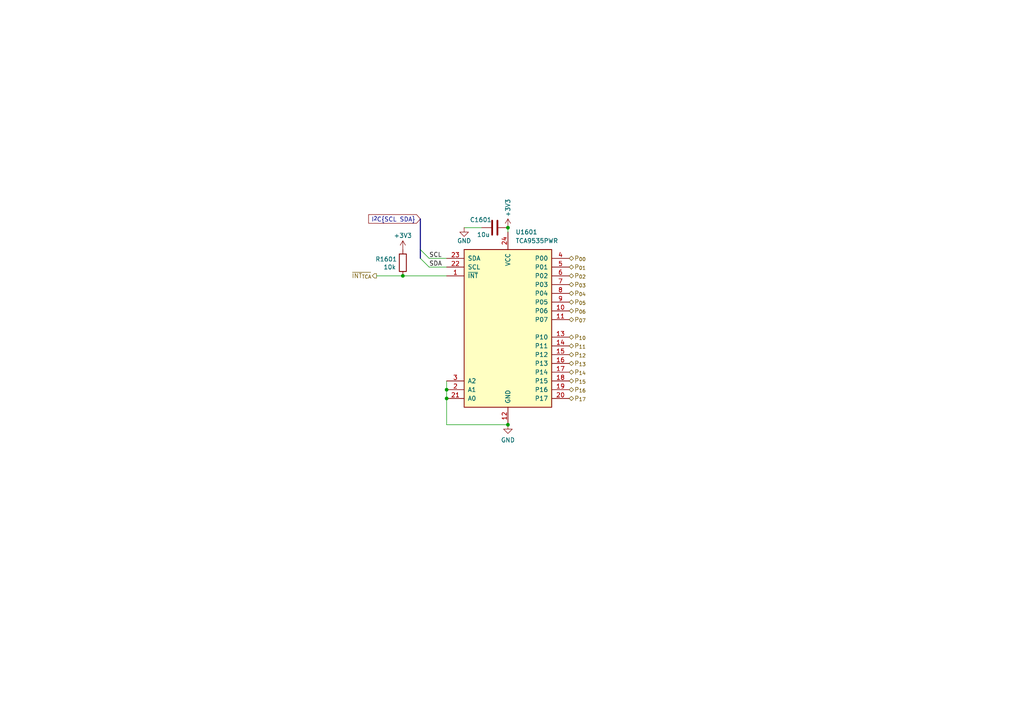
<source format=kicad_sch>
(kicad_sch (version 20231120) (generator "eeschema") (generator_version "8.0")
  (paper "A4")
  (title_block (title "Power supply - low level driver") (date "2024-06-28"))
  (lib_symbols
    (symbol "Device:C" (pin_numbers hide) (pin_names (offset 0.254))
      (property "Reference" "C" (at 0.635 2.54 0))
      (property "Value" "C" (at 0.635 -2.54 0))
      (symbol "C_0_1"
        (polyline (pts (xy -2.032 -0.762) (xy 2.032 -0.762)) (stroke (width 0.508)))
        (polyline (pts (xy -2.032 0.762) (xy 2.032 0.762)) (stroke (width 0.508)))
      )
      (symbol "C_1_1"
        (pin passive line (at 0 3.81 270) (length 2.794) (name "~") (number "1"))
        (pin passive line (at 0 -3.81 90) (length 2.794) (name "~") (number "2"))
      )
    )
    (symbol "Device:R" (pin_numbers hide) (pin_names (offset 0))
      (property "Reference" "R" (at 2.032 0 90))
      (property "Value" "R" (at 0 0 90))
      (symbol "R_0_1"
        (rectangle (start -1.016 -2.54) (end 1.016 2.54) (stroke (width 0.254)))
      )
      (symbol "R_1_1"
        (pin passive line (at 0 3.81 270) (length 1.27) (name "~") (number "1"))
        (pin passive line (at 0 -3.81 90) (length 1.27) (name "~") (number "2"))
      )
    )
    (symbol "Interface_Expansion:TCA9535PWR" (pin_names (offset 1.016))
      (property "Reference" "U" (at -11.43 24.13 0))
      (property "Value" "TCA9535PWR" (at 0 0 0))
      (symbol "TCA9535PWR_0_1"
        (rectangle (start -12.7 22.86) (end 12.7 -22.86) (stroke (width 0.254)) (fill (type background)))
      )
      (symbol "TCA9535PWR_1_1"
        (pin open_collector line (at -17.78 15.24 0) (length 5.08) (name "~{INT}") (number "1"))
        (pin bidirectional line (at 17.78 5.08 180) (length 5.08) (name "P06") (number "10"))
        (pin bidirectional line (at 17.78 2.54 180) (length 5.08) (name "P07") (number "11"))
        (pin power_in line (at 0 -27.94 90) (length 5.08) (name "GND") (number "12"))
        (pin bidirectional line (at 17.78 -2.54 180) (length 5.08) (name "P10") (number "13"))
        (pin bidirectional line (at 17.78 -5.08 180) (length 5.08) (name "P11") (number "14"))
        (pin bidirectional line (at 17.78 -7.62 180) (length 5.08) (name "P12") (number "15"))
        (pin bidirectional line (at 17.78 -10.16 180) (length 5.08) (name "P13") (number "16"))
        (pin bidirectional line (at 17.78 -12.7 180) (length 5.08) (name "P14") (number "17"))
        (pin bidirectional line (at 17.78 -15.24 180) (length 5.08) (name "P15") (number "18"))
        (pin bidirectional line (at 17.78 -17.78 180) (length 5.08) (name "P16") (number "19"))
        (pin input line (at -17.78 -17.78 0) (length 5.08) (name "A1") (number "2"))
        (pin bidirectional line (at 17.78 -20.32 180) (length 5.08) (name "P17") (number "20"))
        (pin input line (at -17.78 -20.32 0) (length 5.08) (name "A0") (number "21"))
        (pin input line (at -17.78 17.78 0) (length 5.08) (name "SCL") (number "22"))
        (pin bidirectional line (at -17.78 20.32 0) (length 5.08) (name "SDA") (number "23"))
        (pin power_in line (at 0 27.94 270) (length 5.08) (name "VCC") (number "24"))
        (pin input line (at -17.78 -15.24 0) (length 5.08) (name "A2") (number "3"))
        (pin bidirectional line (at 17.78 20.32 180) (length 5.08) (name "P00") (number "4"))
        (pin bidirectional line (at 17.78 17.78 180) (length 5.08) (name "P01") (number "5"))
        (pin bidirectional line (at 17.78 15.24 180) (length 5.08) (name "P02") (number "6"))
        (pin bidirectional line (at 17.78 12.7 180) (length 5.08) (name "P03") (number "7"))
        (pin bidirectional line (at 17.78 10.16 180) (length 5.08) (name "P04") (number "8"))
        (pin bidirectional line (at 17.78 7.62 180) (length 5.08) (name "P05") (number "9"))
      )
    )
    (symbol "power:+3V3" (power) (pin_names (offset 0))
      (property "Value" "+3V3" (at 0 3.556 0))
      (symbol "+3V3_0_1"
        (polyline (pts (xy -0.762 1.27) (xy 0 2.54)))
        (polyline (pts (xy 0 0) (xy 0 2.54)))
        (polyline (pts (xy 0 2.54) (xy 0.762 1.27)))
      )
      (symbol "+3V3_1_1"
        (pin power_in line (at 0 0 90) (length 0) hide (name "+3V3") (number "1"))
      )
    )
    (symbol "power:GND" (power) (pin_numbers hide) (pin_names (offset 0) hide)
      (property "Value" "GND" (at 0 -3.81 0))
      (symbol "GND_0_1"
        (polyline (pts (xy 0 0) (xy 0 -1.27) (xy 1.27 -1.27) (xy 0 -2.54) (xy -1.27 -1.27) (xy 0 -1.27)))
      )
      (symbol "GND_1_1"
        (pin power_in line (at 0 0 270) (length 0) (name "~") (number "1"))
      )
    )
  )
  (junction (at 116.84 80.01))
  (junction (at 129.54 113.03))
  (junction (at 129.54 115.57))
  (junction (at 147.32 123.19))
  (junction (at 147.32 66.04))
  (bus_entry (at 121.92 72.39) (size 2.54 2.54))
  (bus_entry (at 121.92 74.93) (size 2.54 2.54))
  (wire (pts (xy 129.54 113.03) (xy 129.54 110.49)))
  (wire (pts (xy 129.54 123.19) (xy 129.54 115.57)))
  (wire (pts (xy 129.54 115.57) (xy 129.54 113.03)))
  (wire (pts (xy 147.32 66.04) (xy 147.32 67.31)))
  (wire (pts (xy 129.54 123.19) (xy 147.32 123.19)))
  (wire (pts (xy 124.46 77.47) (xy 129.54 77.47)))
  (wire (pts (xy 116.84 80.01) (xy 129.54 80.01)))
  (wire (pts (xy 124.46 74.93) (xy 129.54 74.93)))
  (bus (pts (xy 121.92 72.39) (xy 121.92 74.93)))
  (bus (pts (xy 121.92 63.5) (xy 121.92 72.39)))
  (wire (pts (xy 134.62 66.04) (xy 139.7 66.04)))
  (wire (pts (xy 109.22 80.01) (xy 116.84 80.01)))
  (label "SDA" (at 124.46 77.47 0))
  (label "SCL" (at 124.46 74.93 0))
  (global_label "I^{2}C{SCL SDA}" (shape input) (at 121.92 63.5 180) (property "Intersheetrefs" "${INTERSHEET_REFS}" (effects (hide yes))))
  (hierarchical_label "P_{03}" (shape bidirectional) (at 165.1 82.55 0))
  (hierarchical_label "P_{13}" (shape bidirectional) (at 165.1 105.41 0))
  (hierarchical_label "P_{02}" (shape bidirectional) (at 165.1 80.01 0))
  (hierarchical_label "P_{14}" (shape bidirectional) (at 165.1 107.95 0))
  (hierarchical_label "P_{01}" (shape bidirectional) (at 165.1 77.47 0))
  (hierarchical_label "P_{05}" (shape bidirectional) (at 165.1 87.63 0))
  (hierarchical_label "P_{16}" (shape bidirectional) (at 165.1 113.03 0))
  (hierarchical_label "P_{04}" (shape bidirectional) (at 165.1 85.09 0))
  (hierarchical_label "P_{06}" (shape bidirectional) (at 165.1 90.17 0))
  (hierarchical_label "P_{17}" (shape bidirectional) (at 165.1 115.57 0))
  (hierarchical_label "P_{07}" (shape bidirectional) (at 165.1 92.71 0))
  (hierarchical_label "P_{11}" (shape bidirectional) (at 165.1 100.33 0))
  (hierarchical_label "P_{12}" (shape bidirectional) (at 165.1 102.87 0))
  (hierarchical_label "~{INT_{TCA}}" (shape output) (at 109.22 80.01 180))
  (hierarchical_label "P_{10}" (shape bidirectional) (at 165.1 97.79 0))
  (hierarchical_label "P_{00}" (shape bidirectional) (at 165.1 74.93 0))
  (hierarchical_label "P_{15}" (shape bidirectional) (at 165.1 110.49 0))
  (symbol (lib_id "power:GND") (at 147.32 123.19 0) (unit 1)
    (property "Reference" "#PWR01604" (effects (hide yes)))
    (property "Value" "GND" (at 147.32 127.635 0))
  )
  (symbol (lib_id "power:+3V3") (at 116.84 72.39 0) (mirror y) (unit 1)
    (property "Reference" "#PWR01601" (effects (hide yes)))
    (property "Value" "+3V3" (at 116.84 68.326 0))
  )
  (symbol (lib_id "power:GND") (at 134.62 66.04 0) (mirror y) (unit 1)
    (property "Reference" "#PWR01602" (effects (hide yes)))
    (property "Value" "GND" (at 134.62 69.85 0))
  )
  (symbol (lib_id "Interface_Expansion:TCA9535PWR") (at 147.32 95.25 0) (unit 1)
    (property "Reference" "U1601" (at 149.5141 67.31 0) (effects (justify left)))
    (property "Value" "TCA9535PWR" (at 149.5141 69.85 0) (effects (justify left)))
    (property "Footprint" "Package_SO:TSSOP-24_4.4x7.8mm_P0.65mm" (effects (hide yes)))
    (property "Datasheet" "http://www.ti.com/lit/ds/symlink/tca9535.pdf" (effects (hide yes)))
    (property "Description" "16-bit I/O expander, I2C and SMBus interface, interrupts, w/o pull-ups, TSSOP-24 package" (effects (hide yes)))
  )
  (symbol (lib_id "Device:R") (at 116.84 76.2 180) (unit 1)
    (property "Reference" "R1601" (at 112.014 75.184 0))
    (property "Value" "10k" (at 113.03 77.47 0))
  )
  (symbol (lib_id "power:+3V3") (at 147.32 66.04 0) (mirror y) (unit 1)
    (property "Reference" "#PWR01603" (effects (hide yes)))
    (property "Value" "+3V3" (at 147.32 60.325 90))
  )
  (symbol (lib_id "Device:C") (at 143.51 66.04 270) (unit 1)
    (property "Reference" "C1601" (at 139.446 63.754 90))
    (property "Value" "10u" (at 140.208 68.072 90))
    (property "Description" "Unpolarized capacitor" (effects (hide yes)))
  )
)
</source>
